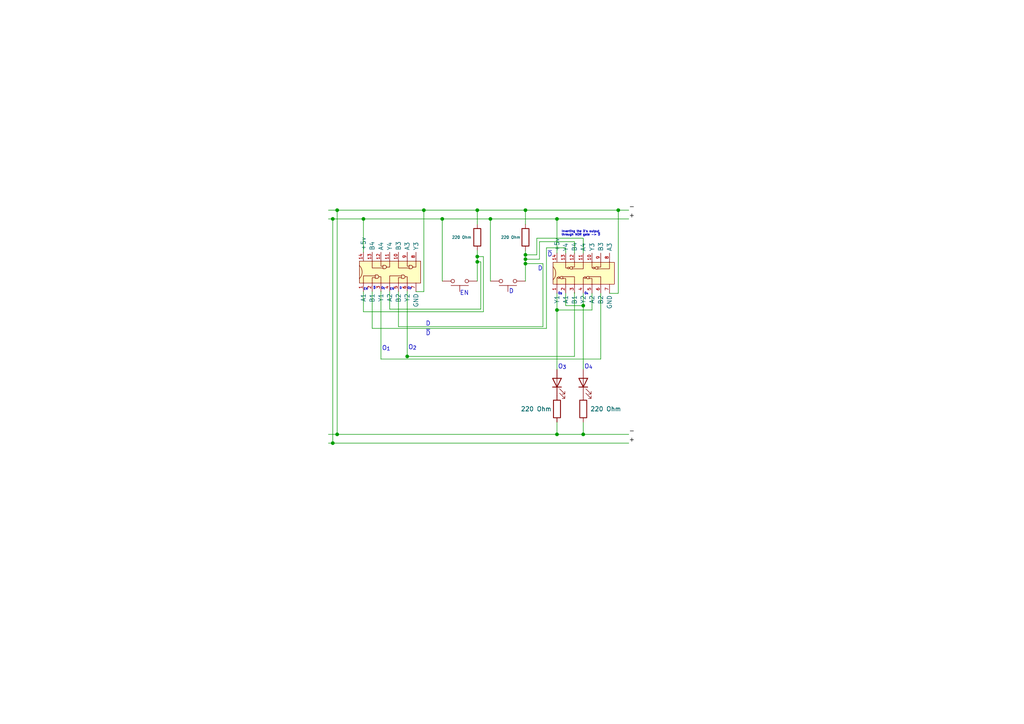
<source format=kicad_sch>
(kicad_sch (version 20211123) (generator eeschema)
  (paper "A4")
  (lib_symbols
    (symbol "Device:LED" (pin_numbers hide) (pin_names (offset 1.016) hide)
      (property "Reference" "D" (at 0 2.54 0))
      (property "Value" "LED" (at 0 -2.54 0))
      (symbol "LED_0_1"
        (polyline (pts (xy -1.27 -1.27) (xy -1.27 1.27)) (stroke (width 0.254)))
        (polyline (pts (xy -1.27 0) (xy 1.27 0)))
        (polyline (pts (xy 1.27 -1.27) (xy 1.27 1.27) (xy -1.27 0) (xy 1.27 -1.27)) (stroke (width 0.254)))
        (polyline (pts (xy -3.048 -0.762) (xy -4.572 -2.286) (xy -3.81 -2.286) (xy -4.572 -2.286) (xy -4.572 -1.524)))
        (polyline (pts (xy -1.778 -0.762) (xy -3.302 -2.286) (xy -2.54 -2.286) (xy -3.302 -2.286) (xy -3.302 -1.524)))
      )
      (symbol "LED_1_1"
        (pin passive line (at -3.81 0 0) (length 2.54) (name "K") (number "1"))
        (pin passive line (at 3.81 0 180) (length 2.54) (name "A") (number "2"))
      )
    )
    (symbol "Device:R" (pin_numbers hide) (pin_names (offset 0))
      (property "Reference" "R" (at 2.032 0 90))
      (property "Value" "R" (at 0 0 90))
      (symbol "R_0_1"
        (rectangle (start -1.016 -2.54) (end 1.016 2.54) (stroke (width 0.254)))
      )
      (symbol "R_1_1"
        (pin passive line (at 0 3.81 270) (length 1.27) (name "~") (number "1"))
        (pin passive line (at 0 -3.81 90) (length 1.27) (name "~") (number "2"))
      )
    )
    (symbol "Gosheto:74LS02_(NOR)"
      (property "Reference" "U" (at 0.0254 1.1938 0))
      (property "Value" "74LS02_(NOR)" (at 0 -0.8382 0))
      (symbol "74LS02_(NOR)_0_1"
        (arc (start -8.5091 -14.097) (mid -7.72 -12.192) (end -8.5091 -10.287))
        (rectangle (start -8.5091 -9.017) (end 9.2709 -15.367) (fill (type background)))
        (circle (center -6.858 -13.462) (radius 0.254))
        (arc (start -6.604 -13.462) (mid -6.1486 -13.7994) (end -5.588 -13.716))
        (arc (start -6.35 -13.462) (mid -6.35 -13.462) (end -6.35 -13.462))
        (arc (start -5.588 -13.208) (mid -6.1486 -13.1246) (end -6.604 -13.462))
        (arc (start -5.588 -13.208) (mid -5.6932 -13.462) (end -5.588 -13.716))
        (circle (center -4.064 -10.668) (radius 0.254))
        (arc (start -3.81 -10.668) (mid -3.3546 -11.0054) (end -2.794 -10.922))
        (arc (start -3.556 -10.668) (mid -3.556 -10.668) (end -3.556 -10.668))
        (arc (start -2.794 -10.414) (mid -3.3546 -10.3306) (end -3.81 -10.668))
        (arc (start -2.794 -10.414) (mid -2.8992 -10.668) (end -2.794 -10.922))
        (polyline (pts (xy -7.366 -15.494) (xy -7.366 -13.462) (xy -7.112 -13.462)))
        (polyline (pts (xy -4.826 -15.494) (xy -4.826 -13.716) (xy -5.588 -13.716)))
        (polyline (pts (xy -4.826 -8.89) (xy -4.826 -10.668) (xy -4.318 -10.668)))
        (polyline (pts (xy -2.286 -15.494) (xy -2.286 -13.208) (xy -5.588 -13.208)))
        (polyline (pts (xy -2.286 -8.89) (xy -2.286 -10.414) (xy -2.794 -10.414)))
        (polyline (pts (xy 0.254 -15.494) (xy 0.254 -13.462) (xy 0.508 -13.462)))
        (polyline (pts (xy 0.254 -8.89) (xy 0.254 -10.922) (xy -2.794 -10.922)))
        (polyline (pts (xy 2.794 -15.494) (xy 2.794 -13.716) (xy 2.032 -13.716)))
        (polyline (pts (xy 2.794 -8.89) (xy 2.794 -10.668) (xy 3.048 -10.668)))
        (polyline (pts (xy 5.334 -15.494) (xy 5.334 -13.208) (xy 2.032 -13.208)))
        (polyline (pts (xy 5.334 -8.89) (xy 5.334 -10.414) (xy 4.572 -10.414)))
        (polyline (pts (xy 7.874 -8.89) (xy 7.874 -10.922) (xy 4.572 -10.922)))
        (circle (center 0.762 -13.462) (radius 0.254))
        (arc (start 1.016 -13.462) (mid 1.4714 -13.7994) (end 2.032 -13.716))
        (arc (start 1.27 -13.462) (mid 1.27 -13.462) (end 1.27 -13.462))
        (arc (start 2.032 -13.208) (mid 1.4714 -13.1246) (end 1.016 -13.462))
        (arc (start 2.032 -13.208) (mid 1.9268 -13.462) (end 2.032 -13.716))
        (circle (center 3.302 -10.668) (radius 0.254))
        (arc (start 3.556 -10.668) (mid 4.0114 -11.0054) (end 4.572 -10.922))
        (arc (start 3.81 -10.668) (mid 3.81 -10.668) (end 3.81 -10.668))
        (arc (start 4.572 -10.414) (mid 4.0114 -10.3306) (end 3.556 -10.668))
        (arc (start 4.572 -10.414) (mid 4.4668 -10.668) (end 4.572 -10.922))
      )
      (symbol "74LS02_(NOR)_1_1"
        (pin output line (at -7.366 -15.494 270) (length 2.54) (name "Y1") (number "1"))
        (pin output line (at 2.794 -8.89 90) (length 2.54) (name "Y3") (number "10"))
        (pin input line (at 0.254 -8.89 90) (length 2.54) (name "A4") (number "11"))
        (pin input line (at -2.286 -8.89 90) (length 2.54) (name "B4") (number "12"))
        (pin output line (at -4.826 -8.89 90) (length 2.54) (name "Y4") (number "13"))
        (pin input line (at -7.366 -8.89 90) (length 2.54) (name "+5v") (number "14"))
        (pin input line (at -4.826 -15.494 270) (length 2.54) (name "A1") (number "2"))
        (pin input line (at -2.286 -15.494 270) (length 2.54) (name "B1") (number "3"))
        (pin output line (at 0.254 -15.494 270) (length 2.54) (name "Y2") (number "4"))
        (pin input line (at 2.794 -15.494 270) (length 2.54) (name "A2") (number "5"))
        (pin input line (at 5.334 -15.494 270) (length 2.54) (name "B2") (number "6"))
        (pin input line (at 7.874 -15.494 270) (length 2.54) (name "GND") (number "7"))
        (pin input line (at 7.874 -8.89 90) (length 2.54) (name "A3") (number "8"))
        (pin input line (at 5.334 -8.89 90) (length 2.54) (name "B3") (number "9"))
      )
    )
    (symbol "Gosheto:74LS08_(AND)"
      (property "Reference" "U" (at 0.0254 1.778 0))
      (property "Value" "74LS08_(AND)" (at 0 0 0))
      (symbol "74LS08_(AND)_0_1"
        (arc (start -8.5345 -13.0048) (mid -7.7454 -11.0998) (end -8.5345 -9.1948))
        (rectangle (start -8.5345 -7.9248) (end 9.2455 -14.2748) (fill (type background)))
        (arc (start -3.429 -12.9286) (mid -3.0698 -12.7798) (end -2.921 -12.4206))
        (arc (start -2.921 -12.4206) (mid -3.0698 -12.0614) (end -3.429 -11.9126))
        (arc (start -1.1938 -10.1346) (mid -0.8346 -9.9858) (end -0.6858 -9.6266))
        (arc (start -0.6858 -9.6266) (mid -0.8346 -9.2674) (end -1.1938 -9.1186))
        (polyline (pts (xy 7.112 -9.652) (xy 6.858 -9.652)))
        (polyline (pts (xy -7.366 -14.224) (xy -7.366 -12.192) (xy -4.064 -12.192)))
        (polyline (pts (xy -4.826 -14.224) (xy -4.826 -12.7) (xy -4.064 -12.7)))
        (polyline (pts (xy -4.826 -7.874) (xy -4.826 -9.906) (xy -1.778 -9.906)))
        (polyline (pts (xy -2.286 -14.224) (xy -2.286 -12.446) (xy -2.794 -12.446)))
        (polyline (pts (xy -2.286 -7.874) (xy -2.286 -9.398) (xy -1.778 -9.398)))
        (polyline (pts (xy 0.254 -14.224) (xy 0.254 -12.192) (xy 3.556 -12.192)))
        (polyline (pts (xy 2.794 -14.224) (xy 2.794 -12.7) (xy 3.556 -12.7)))
        (polyline (pts (xy 2.794 -7.874) (xy 2.794 -9.906) (xy 5.842 -9.906)))
        (polyline (pts (xy 5.334 -14.224) (xy 5.334 -12.446) (xy 4.826 -12.446)))
        (polyline (pts (xy 5.334 -7.874) (xy 5.334 -9.398) (xy 5.842 -9.398)))
        (polyline (pts (xy 7.874 -7.874) (xy 7.874 -9.652) (xy 7.112 -9.652)))
        (polyline (pts (xy -3.429 -12.9286) (xy -3.937 -12.9286) (xy -3.937 -11.9126) (xy -3.429 -11.9126)))
        (polyline (pts (xy -1.1938 -10.1346) (xy -1.7018 -10.1346) (xy -1.7018 -9.1186) (xy -1.1938 -9.1186)))
        (polyline (pts (xy 4.191 -12.954) (xy 3.683 -12.954) (xy 3.683 -11.938) (xy 4.191 -11.938)))
        (polyline (pts (xy 6.4008 -10.1346) (xy 5.8928 -10.1346) (xy 5.8928 -9.1186) (xy 6.4008 -9.1186)))
        (polyline (pts (xy 0.254 -7.874) (xy 0.254 -9.652) (xy -0.508 -9.652) (xy -0.762 -9.652) (xy -0.508 -9.652)))
        (arc (start 4.191 -12.954) (mid 4.5502 -12.8052) (end 4.699 -12.446))
        (arc (start 4.699 -12.446) (mid 4.5502 -12.0868) (end 4.191 -11.938))
        (arc (start 6.4008 -10.1346) (mid 6.76 -9.9858) (end 6.9088 -9.6266))
        (arc (start 6.9088 -9.6266) (mid 6.76 -9.2674) (end 6.4008 -9.1186))
      )
      (symbol "74LS08_(AND)_1_1"
        (pin input line (at -7.366 -14.224 270) (length 2.54) (name "A1") (number "1"))
        (pin input line (at 2.794 -7.874 90) (length 2.54) (name "B3") (number "10"))
        (pin output line (at 0.254 -7.874 90) (length 2.54) (name "Y4") (number "11"))
        (pin input line (at -2.286 -7.874 90) (length 2.54) (name "A4") (number "12"))
        (pin input line (at -4.826 -7.874 90) (length 2.54) (name "B4") (number "13"))
        (pin input line (at -7.366 -7.874 90) (length 2.54) (name "+5v") (number "14"))
        (pin input line (at -4.826 -14.224 270) (length 2.54) (name "B1") (number "2"))
        (pin output line (at -2.286 -14.224 270) (length 2.54) (name "Y1") (number "3"))
        (pin input line (at 0.254 -14.224 270) (length 2.54) (name "A2") (number "4"))
        (pin input line (at 2.794 -14.224 270) (length 2.54) (name "B2") (number "5"))
        (pin output line (at 5.334 -14.224 270) (length 2.54) (name "Y2") (number "6"))
        (pin input line (at 7.874 -14.224 270) (length 2.54) (name "GND") (number "7"))
        (pin output line (at 7.874 -7.874 90) (length 2.54) (name "Y3") (number "8"))
        (pin input line (at 5.334 -7.874 90) (length 2.54) (name "A3") (number "9"))
      )
    )
    (symbol "Switch:SW_Push" (pin_numbers hide) (pin_names (offset 1.016) hide)
      (property "Reference" "SW" (at 1.27 2.54 0))
      (property "Value" "SW_Push" (at 0 -1.524 0))
      (symbol "SW_Push_0_1"
        (circle (center -2.032 0) (radius 0.508))
        (polyline (pts (xy 0 1.27) (xy 0 3.048)))
        (polyline (pts (xy 2.54 1.27) (xy -2.54 1.27)))
        (circle (center 2.032 0) (radius 0.508))
        (pin passive line (at -5.08 0 0) (length 2.54) (name "1") (number "1"))
        (pin passive line (at 5.08 0 180) (length 2.54) (name "2") (number "2"))
      )
    )
  )
  (junction (at 128.27 63.5))
  (junction (at 105.41 63.5))
  (junction (at 118.11 103.378))
  (junction (at 138.43 60.96))
  (junction (at 138.43 75.946))
  (junction (at 161.544 89.916))
  (junction (at 161.544 125.984))
  (junction (at 152.4 73.914))
  (junction (at 152.4 75.184))
  (junction (at 142.24 63.5))
  (junction (at 96.52 128.524))
  (junction (at 96.52 63.5))
  (junction (at 122.936 60.96))
  (junction (at 97.79 125.984))
  (junction (at 169.164 88.646))
  (junction (at 152.4 60.96))
  (junction (at 152.4 76.454))
  (junction (at 169.164 125.984))
  (junction (at 97.79 60.96))
  (junction (at 179.324 60.96))
  (junction (at 138.43 74.422))
  (junction (at 161.544 63.5))
  (wire (pts (xy 156.464 70.104) (xy 156.464 75.184)))
  (wire (pts (xy 155.702 73.914) (xy 152.4 73.914)))
  (wire (pts (xy 118.11 103.378) (xy 118.11 103.505)))
  (wire (pts (xy 157.48 76.454) (xy 157.48 94.742)))
  (wire (pts (xy 169.164 88.646) (xy 169.164 107.188)))
  (wire (pts (xy 139.446 75.946) (xy 138.43 75.946)))
  (wire (pts (xy 95.25 125.984) (xy 97.79 125.984)))
  (wire (pts (xy 161.544 125.984) (xy 169.164 125.984)))
  (wire (pts (xy 166.624 84.836) (xy 166.624 103.378)))
  (wire (pts (xy 122.936 60.96) (xy 138.43 60.96)))
  (wire (pts (xy 138.43 60.96) (xy 152.4 60.96)))
  (wire (pts (xy 158.496 95.25) (xy 107.95 95.25)))
  (wire (pts (xy 105.41 63.5) (xy 128.27 63.5)))
  (wire (pts (xy 113.03 84.582) (xy 113.03 89.662)))
  (wire (pts (xy 95.25 128.524) (xy 96.52 128.524)))
  (wire (pts (xy 169.164 88.646) (xy 164.084 88.646)))
  (wire (pts (xy 166.624 70.104) (xy 156.464 70.104)))
  (wire (pts (xy 161.544 89.916) (xy 161.544 107.188)))
  (wire (pts (xy 152.4 60.96) (xy 152.4 65.024)))
  (wire (pts (xy 152.4 75.184) (xy 152.4 76.454)))
  (wire (pts (xy 161.544 122.428) (xy 161.544 125.984)))
  (wire (pts (xy 105.41 63.5) (xy 105.41 73.152)))
  (wire (pts (xy 97.79 125.984) (xy 161.544 125.984)))
  (wire (pts (xy 174.244 104.14) (xy 110.49 104.14)))
  (wire (pts (xy 161.544 85.09) (xy 161.544 89.916)))
  (wire (pts (xy 152.4 60.96) (xy 179.324 60.96)))
  (wire (pts (xy 138.43 60.96) (xy 138.43 65.024)))
  (wire (pts (xy 96.52 63.5) (xy 105.41 63.5)))
  (wire (pts (xy 157.48 94.742) (xy 115.57 94.742)))
  (wire (pts (xy 171.704 85.09) (xy 171.704 89.916)))
  (wire (pts (xy 152.4 76.454) (xy 157.48 76.454)))
  (wire (pts (xy 179.324 60.96) (xy 179.324 85.09)))
  (wire (pts (xy 115.57 84.582) (xy 115.57 94.742)))
  (wire (pts (xy 164.084 71.882) (xy 158.496 71.882)))
  (wire (pts (xy 179.324 60.96) (xy 182.372 60.96)))
  (wire (pts (xy 95.25 63.5) (xy 96.52 63.5)))
  (wire (pts (xy 140.208 90.424) (xy 140.208 74.422)))
  (wire (pts (xy 110.49 84.455) (xy 110.49 104.14)))
  (wire (pts (xy 97.79 60.96) (xy 97.79 125.984)))
  (wire (pts (xy 105.41 84.582) (xy 105.41 90.424)))
  (wire (pts (xy 96.52 63.5) (xy 96.52 128.524)))
  (wire (pts (xy 138.43 74.422) (xy 140.208 74.422)))
  (wire (pts (xy 169.164 122.428) (xy 169.164 125.984)))
  (wire (pts (xy 164.084 85.09) (xy 164.084 88.646)))
  (wire (pts (xy 164.084 73.406) (xy 164.084 71.882)))
  (wire (pts (xy 139.446 89.662) (xy 139.446 75.946)))
  (wire (pts (xy 169.164 125.984) (xy 182.372 125.984)))
  (wire (pts (xy 169.164 73.406) (xy 169.164 69.088)))
  (wire (pts (xy 142.24 63.5) (xy 142.24 81.534)))
  (wire (pts (xy 105.41 90.424) (xy 140.208 90.424)))
  (wire (pts (xy 176.784 85.09) (xy 179.324 85.09)))
  (wire (pts (xy 166.624 73.406) (xy 166.624 70.104)))
  (wire (pts (xy 138.43 72.644) (xy 138.43 74.422)))
  (wire (pts (xy 118.11 84.455) (xy 118.11 103.378)))
  (wire (pts (xy 97.79 60.96) (xy 122.936 60.96)))
  (wire (pts (xy 155.702 69.088) (xy 155.702 73.914)))
  (wire (pts (xy 174.244 85.09) (xy 174.244 104.14)))
  (wire (pts (xy 107.95 84.582) (xy 107.95 95.25)))
  (wire (pts (xy 161.544 73.406) (xy 161.544 63.5)))
  (wire (pts (xy 96.52 128.524) (xy 182.372 128.524)))
  (wire (pts (xy 156.464 75.184) (xy 152.4 75.184)))
  (wire (pts (xy 169.164 69.088) (xy 155.702 69.088)))
  (wire (pts (xy 169.164 85.09) (xy 169.164 88.646)))
  (wire (pts (xy 152.4 76.454) (xy 152.4 81.534)))
  (wire (pts (xy 142.24 63.5) (xy 161.544 63.5)))
  (wire (pts (xy 122.936 84.582) (xy 122.936 60.96)))
  (wire (pts (xy 158.496 71.882) (xy 158.496 95.25)))
  (wire (pts (xy 152.4 73.914) (xy 152.4 75.184)))
  (wire (pts (xy 161.544 63.5) (xy 182.372 63.5)))
  (wire (pts (xy 138.43 75.946) (xy 138.43 81.534)))
  (wire (pts (xy 128.27 81.534) (xy 128.27 63.5)))
  (wire (pts (xy 166.624 103.378) (xy 118.11 103.378)))
  (wire (pts (xy 95.25 60.96) (xy 97.79 60.96)))
  (wire (pts (xy 138.43 74.422) (xy 138.43 75.946)))
  (wire (pts (xy 120.65 84.582) (xy 122.936 84.582)))
  (wire (pts (xy 113.03 89.662) (xy 139.446 89.662)))
  (wire (pts (xy 161.544 89.916) (xy 171.704 89.916)))
  (wire (pts (xy 152.4 72.644) (xy 152.4 73.914)))
  (wire (pts (xy 128.27 63.5) (xy 142.24 63.5)))
  (text "~{D}" (at 108.204 84.074 0) (effects (font (size 0.6 0.6)) (justify left bottom)))
  (text "EN" (at 113.03 84.328 0) (effects (font (size 0.6 0.6)) (justify left bottom)))
  (text "O_{4}" (at 169.418 85.598 0) (effects (font (size 0.6 0.6)) (justify left bottom)))
  (text "O_{2}" (at 118.364 101.6 0) (effects (font (size 1.27 1.27)) (justify left bottom)))
  (text "D" (at 115.824 84.074 0) (effects (font (size 0.6 0.6)) (justify left bottom)))
  (text "D" (at 123.444 94.742 0) (effects (font (size 1.27 1.27)) (justify left bottom)))
  (text "O_{3}" (at 161.798 107.188 0) (effects (font (size 1.27 1.27)) (justify left bottom)))
  (text "EN" (at 133.35 85.852 0) (effects (font (size 1.27 1.27)) (justify left bottom)))
  (text "D" (at 147.574 85.344 0) (effects (font (size 1.27 1.27)) (justify left bottom)))
  (text "D" (at 155.956 78.74 0) (effects (font (size 1.27 1.27)) (justify left bottom)))
  (text "Inverting the D's output\nthrough NOR gate -> ~{D}\n" (at 162.814 68.58 0) (effects (font (size 0.6 0.6)) (justify left bottom)))
  (text "O_{2}" (at 118.11 84.074 0) (effects (font (size 0.6 0.6)) (justify left bottom)))
  (text "EN" (at 105.41 84.328 0) (effects (font (size 0.6 0.6)) (justify left bottom)))
  (text "~{D}" (at 158.75 74.676 0) (effects (font (size 1.27 1.27)) (justify left bottom)))
  (text "O_{3}" (at 161.798 85.598 0) (effects (font (size 0.6 0.6)) (justify left bottom)))
  (text "~{D}" (at 123.444 97.536 0) (effects (font (size 1.27 1.27)) (justify left bottom)))
  (text "O_{1}" (at 110.49 84.074 0) (effects (font (size 0.6 0.6)) (justify left bottom)))
  (text "O_{4}" (at 169.418 107.188 0) (effects (font (size 1.27 1.27)) (justify left bottom)))
  (text "O_{1}" (at 110.744 101.854 0) (effects (font (size 1.27 1.27)) (justify left bottom)))
  (label "+" (at 182.372 63.5 0))
  (label "-" (at 182.372 125.984 0))
  (label "+" (at 182.372 128.524 0))
  (label "-" (at 182.372 60.96 0))
  (symbol (lib_id "Switch:SW_Push") (at 147.32 81.534 180) (unit 1)
    (property "Reference" "SW?" (effects hide))
    (property "Value" "SW_Push" (effects hide))
  )
  (symbol (lib_id "Device:LED") (at 161.544 110.998 90) (unit 1)
    (property "Reference" "D?" (effects hide))
    (property "Value" "LED" (effects hide))
  )
  (symbol (lib_id "Device:R") (at 152.4 68.834 0) (unit 1)
    (property "Reference" "R?" (effects hide))
    (property "Value" "220 Ohm" (at 145.288 68.834 0) (effects (font (size 0.8 0.8)) (justify left)))
  )
  (symbol (lib_id "Device:R") (at 169.164 118.618 0) (unit 1)
    (property "Reference" "R?" (effects hide))
    (property "Value" "220 Ohm" (at 171.196 118.618 0) (effects (justify left)))
  )
  (symbol (lib_id "Device:LED") (at 169.164 110.998 90) (unit 1)
    (property "Reference" "D?" (effects hide))
    (property "Value" "LED" (effects hide))
  )
  (symbol (lib_id "Device:R") (at 138.43 68.834 0) (unit 1)
    (property "Reference" "R?" (effects hide))
    (property "Value" "220 Ohm" (at 131.064 68.834 0) (effects (font (size 0.8 0.8)) (justify left)))
  )
  (symbol (lib_id "Gosheto:74LS08_(AND)") (at 112.776 67.818 0) (unit 1)
    (property "Reference" "U?" (effects hide))
    (property "Value" "74LS08_(AND)" (effects hide))
  )
  (symbol (lib_id "Device:R") (at 161.544 118.618 0) (unit 1)
    (property "Reference" "R?" (effects hide))
    (property "Value" "220 Ohm" (at 160.02 118.618 0) (effects (justify right)))
  )
  (symbol (lib_id "Gosheto:74LS02_(NOR)") (at 168.91 67.056 0) (unit 1)
    (property "Reference" "U?" (effects hide))
    (property "Value" "74LS02_(NOR)" (effects hide))
  )
  (symbol (lib_id "Switch:SW_Push") (at 133.35 81.534 180) (unit 1)
    (property "Reference" "SW?" (effects hide))
    (property "Value" "SW_Push" (effects hide))
  )
)
</source>
